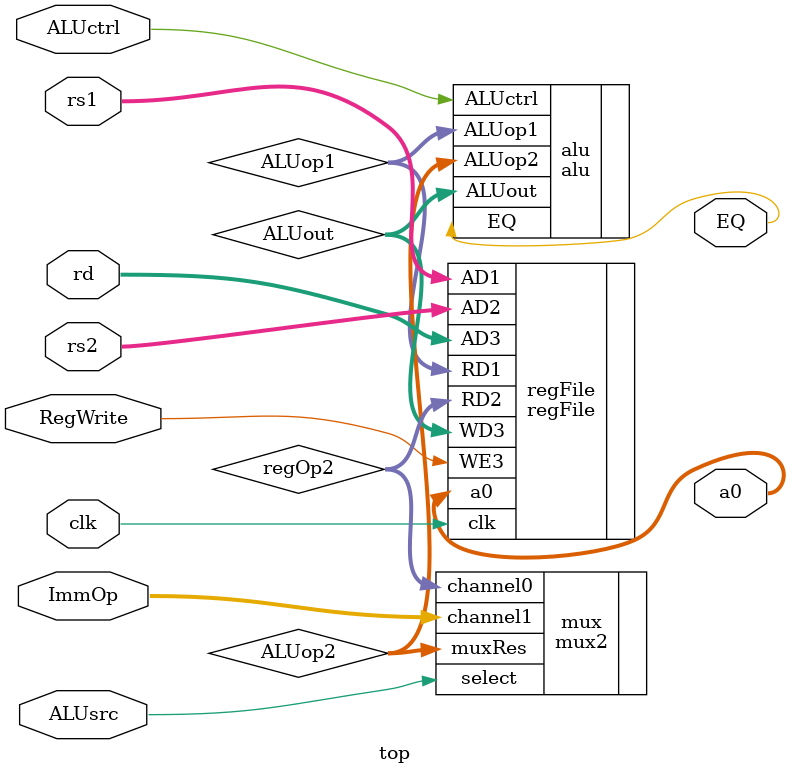
<source format=sv>
module top #(
    parameter       ADD_WIDTH  = 5,
                    IMM_WIDTH  = 12,
                    DATA_WIDTH = 12
) (
    input logic                     clk,
    input logic [ADD_WIDTH-1:0]     rs1,
    input logic [ADD_WIDTH-1:0]     rs2,
    input logic [ADD_WIDTH-1:0]     rd,
    input logic                     RegWrite,
    input logic [IMM_WIDTH-1:0]     ImmOp,
    input logic                     ALUsrc,
    input logic                     ALUctrl,

    output logic [DATA_WIDTH-1:0]   a0,
    output logic                    EQ
);

logic [DATA_WIDTH-1:0]      regOp2;
logic [DATA_WIDTH-1:0]      ALUout;
logic [DATA_WIDTH-1:0]      ALUop1;
logic [DATA_WIDTH-1:0]      ALUop2;

regFile regFile(
    .clk        (clk),
    .AD1        (rs1),
    .AD2        (rs2),
    .AD3        (rd),
    .WD3        (ALUout),                // internal use
    .WE3        (RegWrite),
    .RD1        (ALUop1),                // internal use
    .RD2        (regOp2),                // internal use
    .a0         (a0)
);

mux2 mux(
    .select     (ALUsrc),
    .channel0   (regOp2),
    .channel1   (ImmOp),
    .muxRes     (ALUop2)
);

alu alu(
    .ALUctrl    (ALUctrl),
    .ALUop1     (ALUop1),
    .ALUop2     (ALUop2),
    .EQ         (EQ),
    .ALUout     (ALUout)
);

endmodule

</source>
